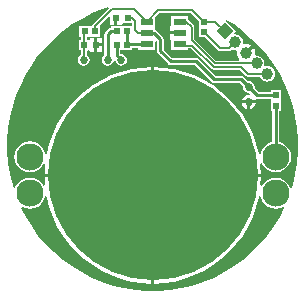
<source format=gbl>
G04 Layer_Physical_Order=2*
G04 Layer_Color=16711680*
%FSLAX25Y25*%
%MOIN*%
G70*
G01*
G75*
%ADD14C,0.01000*%
%ADD15C,0.00600*%
%ADD16C,0.03961*%
G04:AMPARAMS|DCode=17|XSize=39.59mil|YSize=39.61mil|CornerRadius=0mil|HoleSize=0mil|Usage=FLASHONLY|Rotation=315.000|XOffset=0mil|YOffset=0mil|HoleType=Round|Shape=Rectangle|*
%AMROTATEDRECTD17*
4,1,4,-0.02800,-0.00001,0.00001,0.02800,0.02800,0.00001,-0.00001,-0.02800,-0.02800,-0.00001,0.0*
%
%ADD17ROTATEDRECTD17*%

%ADD18C,0.09055*%
%ADD19C,0.02700*%
%ADD20R,0.02362X0.02165*%
%ADD21R,0.04331X0.02362*%
%ADD22R,0.02165X0.02362*%
%ADD23R,0.01969X0.02362*%
%ADD24C,0.70079*%
%ADD25C,0.01575*%
G36*
X-14603Y45694D02*
X-19976Y40322D01*
X-20175Y40024D01*
X-20243Y39683D01*
X-24454D01*
Y36317D01*
X-23886D01*
Y35281D01*
X-24553D01*
Y31719D01*
X-23886D01*
Y30253D01*
X-24406Y29906D01*
X-24837Y29261D01*
X-24988Y28500D01*
X-24837Y27739D01*
X-24406Y27094D01*
X-23761Y26663D01*
X-23000Y26512D01*
X-22239Y26663D01*
X-21594Y27094D01*
X-21163Y27739D01*
X-21012Y28500D01*
X-21163Y29261D01*
X-21594Y29906D01*
X-22051Y30211D01*
Y31365D01*
X-21697Y31719D01*
X-21384Y31719D01*
X-21016Y31401D01*
Y31319D01*
X-19532D01*
Y33500D01*
Y35681D01*
X-21016D01*
Y35599D01*
X-21384Y35281D01*
X-21516Y35281D01*
X-22051D01*
Y36317D01*
X-17546D01*
Y39683D01*
X-17546D01*
X-17684Y40018D01*
X-14741Y42961D01*
X-14279Y42770D01*
Y40319D01*
X-12795D01*
Y42500D01*
X-11795D01*
Y40319D01*
X-10311D01*
Y40401D01*
X-9943Y40719D01*
X-9811Y40719D01*
X-6918D01*
Y39683D01*
X-13781D01*
Y39122D01*
X-14000D01*
X-14429Y39036D01*
X-14793Y38793D01*
X-14793Y38793D01*
X-15793Y37793D01*
X-16036Y37429D01*
X-16122Y37000D01*
X-16122Y37000D01*
Y30096D01*
X-16406Y29906D01*
X-16837Y29261D01*
X-16988Y28500D01*
X-16837Y27739D01*
X-16406Y27094D01*
X-15761Y26663D01*
X-15000Y26512D01*
X-14239Y26663D01*
X-13594Y27094D01*
X-13163Y27739D01*
X-13049Y28313D01*
X-12603Y28543D01*
X-12531Y28550D01*
X-12485Y28517D01*
X-12488Y28500D01*
X-12337Y27739D01*
X-11906Y27094D01*
X-11261Y26663D01*
X-10500Y26512D01*
X-9739Y26663D01*
X-9094Y27094D01*
X-8663Y27739D01*
X-8512Y28500D01*
X-8663Y29261D01*
X-9094Y29906D01*
X-9739Y30337D01*
X-10500Y30488D01*
X-10878Y30923D01*
Y31817D01*
X-6872D01*
Y32638D01*
X-4777D01*
Y31979D01*
X753D01*
Y34487D01*
X1254Y34754D01*
X1378Y34671D01*
Y31500D01*
X1378Y31500D01*
X1464Y31071D01*
X1707Y30707D01*
X5207Y27207D01*
X5207Y27207D01*
X5571Y26964D01*
X6000Y26878D01*
X6000Y26878D01*
X14035D01*
X19707Y21207D01*
X19707Y21207D01*
X20071Y20964D01*
X20500Y20878D01*
X20500Y20878D01*
X29035D01*
X30079Y19835D01*
X30012Y19500D01*
X30163Y18739D01*
X30594Y18094D01*
X31239Y17663D01*
X32000Y17512D01*
X32249Y17561D01*
X32478Y17311D01*
X32222Y16852D01*
X32000Y16896D01*
X31083Y16714D01*
X30306Y16194D01*
X29786Y15417D01*
X29703Y15000D01*
X34297D01*
X34262Y15172D01*
X34657Y15586D01*
X34827Y15552D01*
X34827Y15552D01*
X39317D01*
Y11546D01*
X39878D01*
Y1331D01*
X39606Y1295D01*
X38359Y778D01*
X37288Y-44D01*
X36466Y-1115D01*
X35949Y-2362D01*
X35881Y-2882D01*
X35390Y-2961D01*
X34529Y474D01*
X33336Y3808D01*
X31822Y7009D01*
X30002Y10047D01*
X27892Y12891D01*
X25514Y15514D01*
X22891Y17892D01*
X20046Y20002D01*
X17009Y21822D01*
X13808Y23336D01*
X10474Y24529D01*
X7039Y25390D01*
X3537Y25909D01*
X500Y26058D01*
Y-9500D01*
X36058D01*
X35909Y-6463D01*
X35860Y-6129D01*
X36345Y-5995D01*
X36466Y-6287D01*
X37288Y-7358D01*
X38359Y-8180D01*
X39606Y-8696D01*
X40945Y-8873D01*
X42283Y-8696D01*
X43531Y-8180D01*
X44602Y-7358D01*
X45424Y-6287D01*
X45941Y-5039D01*
X46117Y-3701D01*
X45941Y-2362D01*
X45424Y-1115D01*
X44602Y-44D01*
X43531Y778D01*
X42283Y1295D01*
X42122Y1316D01*
Y11546D01*
X42683D01*
Y14892D01*
Y18454D01*
X39317D01*
Y17795D01*
X35291D01*
X33922Y19165D01*
X33988Y19500D01*
X33837Y20261D01*
X33406Y20906D01*
X32761Y21337D01*
X32000Y21488D01*
X31665Y21421D01*
X30293Y22793D01*
X29929Y23036D01*
X29500Y23122D01*
X29500Y23122D01*
X20965D01*
X15293Y28793D01*
X14929Y29036D01*
X14500Y29122D01*
X14500Y29122D01*
X6465D01*
X3621Y31965D01*
Y35500D01*
X3622Y35500D01*
X3536Y35929D01*
X3293Y36293D01*
X3293Y36293D01*
X1293Y38293D01*
X929Y38536D01*
X753Y38571D01*
X753Y39281D01*
X753Y39781D01*
Y42708D01*
X2128Y44082D01*
X12793D01*
X15317Y41558D01*
Y39392D01*
Y36046D01*
X17483D01*
X21678Y31851D01*
X21976Y31652D01*
X22327Y31582D01*
X25571D01*
X25922Y31652D01*
X26220Y31851D01*
X26478Y32109D01*
X26862Y31951D01*
X27536Y31862D01*
X27705Y31884D01*
X27761Y31863D01*
X28132Y31436D01*
X28065Y30929D01*
X28168Y30151D01*
X28468Y29426D01*
X28940Y28811D01*
X28935Y28774D01*
X28766Y28311D01*
X21184D01*
X13918Y35577D01*
Y39500D01*
X13848Y39851D01*
X13649Y40149D01*
X11909Y41889D01*
X11777Y41977D01*
Y43021D01*
X6247D01*
Y39681D01*
X5847D01*
Y38000D01*
X9012D01*
Y37000D01*
X5847D01*
Y35319D01*
X6247D01*
Y31979D01*
X11777D01*
Y32382D01*
X12820D01*
X19658Y25545D01*
X19955Y25346D01*
X20307Y25276D01*
X28927D01*
X30993Y23209D01*
X31291Y23010D01*
X31642Y22940D01*
X35729D01*
X35888Y22557D01*
X36302Y22018D01*
X36841Y21604D01*
X37468Y21344D01*
X38142Y21255D01*
X38816Y21344D01*
X39443Y21604D01*
X39983Y22018D01*
X40396Y22557D01*
X40656Y23184D01*
X40745Y23858D01*
X40656Y24532D01*
X40396Y25159D01*
X39983Y25698D01*
X39443Y26112D01*
X38816Y26372D01*
X38142Y26460D01*
X37520Y26379D01*
X37300Y26551D01*
X37127Y26772D01*
X37209Y27393D01*
X37121Y28067D01*
X36860Y28695D01*
X36447Y29234D01*
X35908Y29647D01*
X35280Y29907D01*
X34607Y29996D01*
X34437Y29974D01*
X34381Y29995D01*
X34010Y30422D01*
X34077Y30929D01*
X33975Y31707D01*
X33674Y32432D01*
X33504Y32654D01*
X31425Y30575D01*
X30718Y31282D01*
X32797Y33362D01*
X32574Y33532D01*
X31849Y33832D01*
X31071Y33935D01*
X30564Y33868D01*
X30137Y34239D01*
X30116Y34295D01*
X30138Y34464D01*
X30049Y35138D01*
X29789Y35766D01*
X29376Y36305D01*
X28837Y36718D01*
X28209Y36978D01*
X27536Y37067D01*
X27405Y37050D01*
X27171Y37523D01*
X27649Y38001D01*
X24245Y41404D01*
X24557Y41799D01*
X26950Y40333D01*
X30031Y38094D01*
X32927Y35620D01*
X35621Y32927D01*
X38094Y30031D01*
X40333Y26950D01*
X42323Y23702D01*
X44052Y20308D01*
X45510Y16790D01*
X46687Y13167D01*
X47576Y9464D01*
X48172Y5702D01*
X48471Y1904D01*
Y-1904D01*
X48172Y-5702D01*
X47576Y-9464D01*
X46687Y-13167D01*
X46342Y-14229D01*
X45809Y-14250D01*
X45424Y-13320D01*
X44602Y-12248D01*
X43531Y-11427D01*
X42283Y-10910D01*
X40945Y-10734D01*
X39606Y-10910D01*
X38359Y-11427D01*
X37288Y-12248D01*
X36466Y-13320D01*
X36414Y-13444D01*
X35919Y-13333D01*
X36058Y-10500D01*
X500D01*
Y-46058D01*
X3537Y-45909D01*
X7039Y-45390D01*
X10474Y-44529D01*
X13808Y-43336D01*
X17009Y-41822D01*
X20046Y-40002D01*
X22891Y-37892D01*
X25514Y-35514D01*
X27892Y-32891D01*
X30002Y-30047D01*
X31822Y-27009D01*
X33336Y-23808D01*
X34529Y-20474D01*
X35390Y-17039D01*
X35405Y-16938D01*
X35910Y-16942D01*
X35949Y-17244D01*
X36466Y-18491D01*
X37288Y-19563D01*
X38359Y-20384D01*
X39606Y-20901D01*
X40945Y-21077D01*
X42283Y-20901D01*
X43431Y-20426D01*
X43696Y-20626D01*
X43808Y-20788D01*
X42323Y-23702D01*
X40333Y-26950D01*
X38094Y-30031D01*
X35620Y-32927D01*
X32927Y-35621D01*
X30031Y-38094D01*
X26950Y-40333D01*
X23702Y-42323D01*
X20308Y-44052D01*
X16790Y-45510D01*
X13167Y-46687D01*
X9464Y-47576D01*
X5702Y-48172D01*
X1904Y-48471D01*
X-1904D01*
X-5702Y-48172D01*
X-9464Y-47576D01*
X-13167Y-46687D01*
X-16790Y-45510D01*
X-20308Y-44052D01*
X-23702Y-42323D01*
X-26950Y-40333D01*
X-30031Y-38094D01*
X-32927Y-35620D01*
X-35621Y-32927D01*
X-38094Y-30031D01*
X-40333Y-26950D01*
X-42323Y-23702D01*
X-43808Y-20788D01*
X-43696Y-20626D01*
X-43431Y-20426D01*
X-42283Y-20901D01*
X-40945Y-21077D01*
X-39606Y-20901D01*
X-38359Y-20384D01*
X-37288Y-19563D01*
X-36466Y-18491D01*
X-35949Y-17244D01*
X-35910Y-16942D01*
X-35405Y-16938D01*
X-35390Y-17039D01*
X-34529Y-20474D01*
X-33336Y-23808D01*
X-31822Y-27009D01*
X-30002Y-30047D01*
X-27892Y-32891D01*
X-25514Y-35514D01*
X-22891Y-37892D01*
X-20046Y-40002D01*
X-17009Y-41822D01*
X-13808Y-43336D01*
X-10474Y-44529D01*
X-7039Y-45390D01*
X-3537Y-45909D01*
X-500Y-46058D01*
Y-10500D01*
X-36058D01*
X-35919Y-13333D01*
X-36414Y-13444D01*
X-36466Y-13320D01*
X-37288Y-12248D01*
X-38359Y-11427D01*
X-39606Y-10910D01*
X-40945Y-10734D01*
X-42283Y-10910D01*
X-43531Y-11427D01*
X-44602Y-12248D01*
X-45424Y-13320D01*
X-45809Y-14250D01*
X-46342Y-14229D01*
X-46687Y-13167D01*
X-47576Y-9464D01*
X-48172Y-5702D01*
X-48471Y-1904D01*
Y1904D01*
X-48172Y5702D01*
X-47576Y9464D01*
X-46687Y13167D01*
X-45510Y16790D01*
X-44052Y20308D01*
X-42323Y23702D01*
X-40333Y26950D01*
X-38094Y30031D01*
X-35620Y32927D01*
X-32927Y35621D01*
X-30031Y38094D01*
X-26950Y40333D01*
X-23702Y42323D01*
X-20308Y44052D01*
X-16790Y45510D01*
X-14872Y46133D01*
X-14603Y45694D01*
D02*
G37*
%LPC*%
G36*
X31500Y14000D02*
X29703D01*
X29786Y13583D01*
X30306Y12806D01*
X31083Y12286D01*
X31500Y12203D01*
Y14000D01*
D02*
G37*
G36*
X-500Y26058D02*
X-3537Y25909D01*
X-7039Y25390D01*
X-10474Y24529D01*
X-13808Y23336D01*
X-17009Y21822D01*
X-20046Y20002D01*
X-22891Y17892D01*
X-25514Y15514D01*
X-27892Y12891D01*
X-30002Y10047D01*
X-31822Y7009D01*
X-33336Y3808D01*
X-34529Y474D01*
X-35390Y-2961D01*
X-35881Y-2882D01*
X-35949Y-2362D01*
X-36466Y-1115D01*
X-37288Y-44D01*
X-38359Y778D01*
X-39606Y1295D01*
X-40945Y1471D01*
X-42283Y1295D01*
X-43531Y778D01*
X-44602Y-44D01*
X-45424Y-1115D01*
X-45941Y-2362D01*
X-46117Y-3701D01*
X-45941Y-5039D01*
X-45424Y-6287D01*
X-44602Y-7358D01*
X-43531Y-8180D01*
X-42283Y-8696D01*
X-40945Y-8873D01*
X-39606Y-8696D01*
X-38359Y-8180D01*
X-37288Y-7358D01*
X-36466Y-6287D01*
X-36345Y-5995D01*
X-35860Y-6129D01*
X-35909Y-6463D01*
X-36058Y-9500D01*
X-500D01*
Y26058D01*
D02*
G37*
G36*
X34297Y14000D02*
X32500D01*
Y12203D01*
X32917Y12286D01*
X33694Y12806D01*
X34214Y13583D01*
X34297Y14000D01*
D02*
G37*
G36*
X-17047Y33000D02*
X-18531D01*
Y31319D01*
X-17047D01*
Y33000D01*
D02*
G37*
G36*
Y35681D02*
X-18531D01*
Y34000D01*
X-17047D01*
Y35681D01*
D02*
G37*
%LPD*%
D14*
X-15000Y28500D02*
Y37000D01*
X-14000Y38000D01*
X-12000D01*
Y30000D02*
X-10500Y28500D01*
X-12000Y30000D02*
Y33500D01*
X-8653D02*
X-8394Y33760D01*
X-2012D01*
X-8653Y33500D02*
Y38000D01*
X41000Y-5646D02*
Y13327D01*
X32000Y19500D02*
X34827Y16673D01*
X41000D01*
X2500Y31500D02*
X6000Y28000D01*
X2500Y31500D02*
Y35500D01*
X500Y37500D02*
X2500Y35500D01*
X-2012Y37500D02*
X500D01*
X30142Y30000D02*
X31071Y30929D01*
X6000Y28000D02*
X14500D01*
X29500Y22000D02*
X32000Y19500D01*
X20500Y22000D02*
X29500D01*
X14500Y28000D02*
X20500Y22000D01*
D15*
X-23000Y28500D02*
X-22968Y28532D01*
Y33500D01*
X-19327Y38000D02*
Y39673D01*
X-13500Y45500D01*
X-6272D01*
X-2012Y41240D01*
X-8358Y42500D02*
X-7000D01*
X-6000Y41500D01*
Y38500D02*
Y41500D01*
Y38500D02*
X-5000Y37500D01*
X-2012D01*
Y41240D02*
X1748Y45000D01*
X35000Y28500D02*
X35107Y28393D01*
X-22968Y33500D02*
Y37705D01*
X-22673Y38000D01*
X11260Y41240D02*
X13000Y39500D01*
X9012Y41240D02*
X11260D01*
X9012Y33760D02*
X9472Y33300D01*
X20827Y41173D02*
X24000Y38000D01*
X17000Y41173D02*
X20827D01*
X1748Y45000D02*
X13173D01*
X17000Y41173D01*
Y37827D02*
X22327Y32500D01*
X25571D01*
X27536Y34464D01*
X29307Y26193D02*
X31642Y23858D01*
X38142D01*
X13000Y35197D02*
Y39500D01*
X9472Y33300D02*
X13200D01*
X20307Y26193D01*
X29307D01*
X13000Y35197D02*
X20804Y27393D01*
X34607D01*
X31071Y30929D02*
X31571Y31429D01*
D16*
X27536Y34464D02*
D03*
X38142Y23858D02*
D03*
X31071Y30929D02*
D03*
X34607Y27393D02*
D03*
D17*
X24000Y38000D02*
D03*
D18*
X-40945Y-3701D02*
D03*
Y-15905D02*
D03*
X40945Y-3701D02*
D03*
Y-15905D02*
D03*
D19*
X-15000Y28500D02*
D03*
X-10500D02*
D03*
X32000Y14500D02*
D03*
Y19500D02*
D03*
X-23000Y28500D02*
D03*
D20*
X-8653Y38000D02*
D03*
X-12000D02*
D03*
X-8653Y33500D02*
D03*
X-12000D02*
D03*
X-22673Y38000D02*
D03*
X-19327D02*
D03*
D21*
X-2012Y33760D02*
D03*
Y41240D02*
D03*
Y37500D02*
D03*
X9012D02*
D03*
Y33760D02*
D03*
Y41240D02*
D03*
D22*
X41000Y13327D02*
D03*
Y16673D02*
D03*
X17000Y41173D02*
D03*
Y37827D02*
D03*
D23*
X-22968Y33500D02*
D03*
X-19031D02*
D03*
X-12295Y42500D02*
D03*
X-8358D02*
D03*
D24*
X0Y-10000D02*
D03*
D25*
X12500Y-12000D02*
X24383Y-117D01*
M02*

</source>
